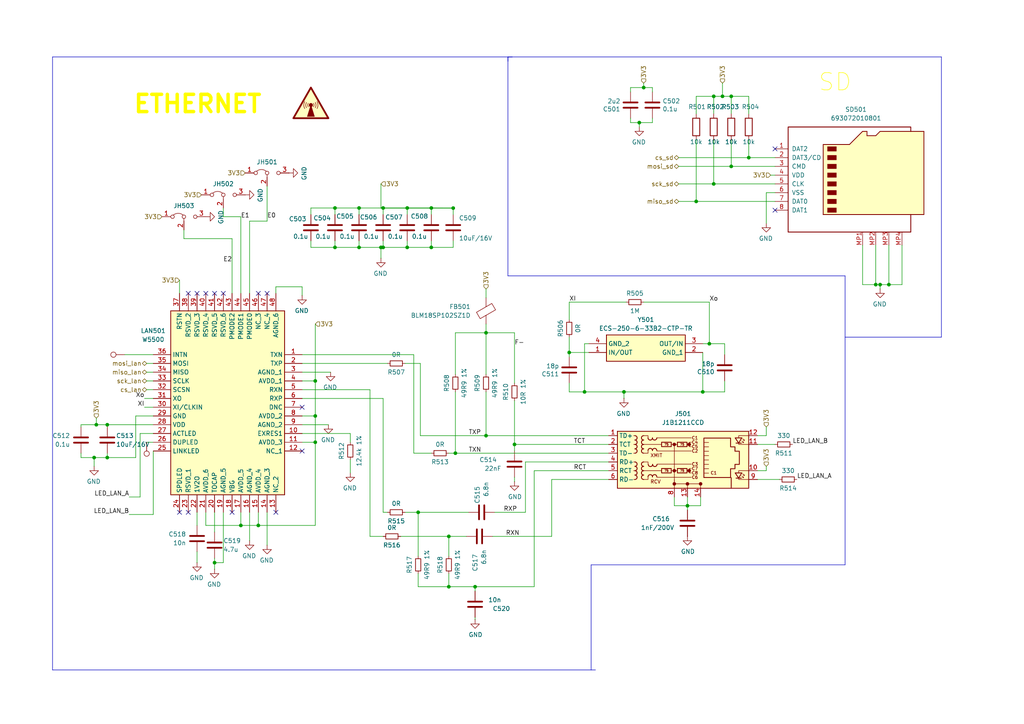
<source format=kicad_sch>
(kicad_sch (version 20231120) (generator "eeschema") (generator_version "8.0")
  (paper "A4")
  (lib_symbols
    (symbol "SymbolsBalloonv4:C" (pin_numbers hide) (pin_names (offset 0.254))
      (property "Reference" "C" (at 0.635 2.54 0))
      (property "Value" "C" (at 0.635 -2.54 0))
      (symbol "C_1_1"
        (pin passive line (at 0 3.81 270) (length 2.794) (name "~") (number "1"))
        (pin passive line (at 0 -3.81 90) (length 2.794) (name "~") (number "2"))
      )
    )
    (symbol "SymbolsBalloonv4:ECS-250-6-33B2-CTP-TR"
      (property "Reference" "Y" (at 29.21 7.62 0))
      (property "Value" "ECS-250-6-33B2-CTP-TR" (at 29.21 5.08 0))
      (symbol "ECS-250-6-33B2-CTP-TR_1_1"
        (pin passive line (at 0 -2.54 0) (length 5.08) (name "IN/OUT") (number "1"))
        (pin passive line (at 33.02 -2.54 180) (length 5.08) (name "GND_1") (number "2"))
        (pin passive line (at 33.02 0 180) (length 5.08) (name "OUT/IN") (number "3"))
        (pin passive line (at 0 0 0) (length 5.08) (name "GND_2") (number "4"))
      )
    )
    (symbol "SymbolsBalloonv4:FerriteBead" (pin_numbers hide) (pin_names (offset 0))
      (property "Reference" "FB" (at -3.81 0.635 90))
      (property "Value" "FerriteBead" (at 3.81 0 90))
      (symbol "FerriteBead_1_1"
        (pin passive line (at 0 3.81 270) (length 2.54) (name "~") (number "1"))
        (pin passive line (at 0 -3.81 90) (length 2.54) (name "~") (number "2"))
      )
    )
    (symbol "SymbolsBalloonv4:GND" (power) (pin_numbers hide) (pin_names (offset 0) hide)
      (property "Value" "GND" (at 0 -3.81 0))
      (symbol "GND_1_1"
        (pin power_in line (at 0 0 270) (length 0) (name "~") (number "1"))
      )
    )
    (symbol "SymbolsBalloonv4:Jumper_3_Bridged12" (pin_names (offset 0) hide)
      (property "Reference" "JP" (at -2.54 -2.54 0))
      (property "Value" "Jumper_3_Bridged12" (at 0 2.794 0))
      (symbol "Jumper_3_Bridged12_1_1"
        (pin passive line (at -6.35 0 0) (length 2.54) (name "A") (number "1"))
        (pin passive line (at 0 -3.81 90) (length 2.54) (name "C") (number "2"))
        (pin passive line (at 6.35 0 180) (length 2.54) (name "B") (number "3"))
      )
    )
    (symbol "SymbolsBalloonv4:Micro_SD_Card" (pin_names (offset 1.016))
      (property "Reference" "J5" (at 0.635 19.05 0))
      (property "Value" "Micro_SD_Card" (at 0.635 16.51 0))
      (symbol "Micro_SD_Card_1_1"
        (pin bidirectional line (at -22.86 7.62 0) (length 3.81) (name "DAT2") (number "1"))
        (pin bidirectional line (at -22.86 5.08 0) (length 3.81) (name "DAT3/CD") (number "2"))
        (pin input line (at -22.86 2.54 0) (length 3.81) (name "CMD") (number "3"))
        (pin power_in line (at -22.86 0 0) (length 3.81) (name "VDD") (number "4"))
        (pin input line (at -22.86 -2.54 0) (length 3.81) (name "CLK") (number "5"))
        (pin power_in line (at -22.86 -5.08 0) (length 3.81) (name "VSS") (number "6"))
        (pin bidirectional line (at -22.86 -7.62 0) (length 3.81) (name "DAT0") (number "7"))
        (pin bidirectional line (at -22.86 -10.16 0) (length 3.81) (name "DAT1") (number "8"))
        (pin passive line (at 2.54 -20.32 90) (length 3.81) (name "") (number "MP1"))
        (pin passive line (at 6.35 -20.32 90) (length 3.81) (name "") (number "MP2"))
        (pin passive line (at 10.16 -20.32 90) (length 3.81) (name "") (number "MP3"))
        (pin passive line (at 13.97 -20.32 90) (length 3.81) (name "") (number "MP4"))
      )
    )
    (symbol "SymbolsBalloonv4:R" (pin_numbers hide) (pin_names (offset 0))
      (property "Reference" "R" (at 2.032 0 90))
      (property "Value" "R" (at 0 0 90))
      (symbol "R_1_1"
        (pin passive line (at 0 3.81 270) (length 1.27) (name "~") (number "1"))
        (pin passive line (at 0 -3.81 90) (length 1.27) (name "~") (number "2"))
      )
    )
    (symbol "SymbolsBalloonv4:RJ45_Wuerth_7499010121A"
      (property "Reference" "J6" (at 1.27 13.97 0))
      (property "Value" "RJ45_Wuerth_7499010121A" (at 1.27 11.43 0))
      (symbol "RJ45_Wuerth_7499010121A_0_0"
        (text "C1" (at 4.699 6.985 0) (effects (font (size 0.889 0.889))))
        (text "C1" (at 10.16 -3.175 0) (effects (font (size 0.889 0.889))))
        (text "C2" (at 4.699 3.175 0) (effects (font (size 0.889 0.889))))
        (text "C3" (at 4.699 -0.635 0) (effects (font (size 0.889 0.889))))
        (text "C4" (at 4.699 5.715 0) (effects (font (size 0.889 0.889))))
        (text "C5" (at 4.699 4.445 0) (effects (font (size 0.889 0.889))))
        (text "C6" (at 4.699 -4.445 0) (effects (font (size 0.889 0.889))))
        (text "C7" (at 4.699 -1.905 0) (effects (font (size 0.889 0.889))))
        (text "C8" (at 4.699 -3.175 0) (effects (font (size 0.889 0.889))))
        (text "RCV" (at -8.255 -5.715 0) (effects (font (size 1.016 1.016)) (justify left)))
        (text "XMIT" (at -8.255 1.905 0) (effects (font (size 1.016 1.016)) (justify left)))
      )
      (symbol "RJ45_Wuerth_7499010121A_1_1"
        (text "75" (at -3.556 -2.54 0) (effects (font (size 0.635 0.635))))
        (text "75" (at -3.556 5.08 0) (effects (font (size 0.635 0.635))))
        (text "75" (at 1.016 -2.54 0) (effects (font (size 0.635 0.635))))
        (text "75" (at 1.016 5.08 0) (effects (font (size 0.635 0.635))))
        (pin passive line (at -20.32 7.62 0) (length 2.54) (name "TD+") (number "1"))
        (pin passive line (at 22.86 -2.54 180) (length 2.54) (name "") (number "10"))
        (pin passive line (at 22.86 5.08 180) (length 2.54) (name "") (number "11"))
        (pin passive line (at 22.86 7.62 180) (length 2.54) (name "") (number "12"))
        (pin output line (at 2.54 -10.16 90) (length 2.54) (name "") (number "13"))
        (pin output line (at 6.35 -10.16 90) (length 2.54) (name "") (number "14"))
        (pin passive line (at -20.32 5.08 0) (length 2.54) (name "TCT") (number "2"))
        (pin passive line (at -20.32 2.54 0) (length 2.54) (name "TD-") (number "3"))
        (pin passive line (at -20.32 0 0) (length 2.54) (name "RD+") (number "4"))
        (pin passive line (at -20.32 -2.54 0) (length 2.54) (name "RCT") (number "5"))
        (pin passive line (at -20.32 -5.08 0) (length 2.54) (name "RD-") (number "6"))
        (pin no_connect line (at 20.32 0 0) (length 0) hide (name "NC") (number "7"))
        (pin output line (at -1.27 -10.16 90) (length 2.54) (name "") (number "8"))
        (pin passive line (at 22.86 -5.08 180) (length 2.54) (name "") (number "9"))
      )
    )
    (symbol "SymbolsBalloonv4:R_Small" (pin_numbers hide) (pin_names (offset 0.254) hide)
      (property "Reference" "R" (at 0.762 0.508 0))
      (property "Value" "R_Small" (at 0.762 -1.016 0))
      (symbol "R_Small_1_1"
        (pin passive line (at 0 2.54 270) (length 0.762) (name "~") (number "1"))
        (pin passive line (at 0 -2.54 90) (length 0.762) (name "~") (number "2"))
      )
    )
    (symbol "SymbolsBalloonv4:SYM_Radio_Waves_Large" (in_bom no) (on_board no))
    (symbol "SymbolsBalloonv4:TestPoint" (pin_numbers hide) (pin_names (offset 0.762) hide)
      (property "Reference" "TP" (at 0 6.858 0))
      (property "Value" "TestPoint" (at 0 5.08 0))
      (symbol "TestPoint_1_1"
        (pin passive line (at 0 0 90) (length 2.54) (name "1") (number "1"))
      )
    )
    (symbol "SymbolsBalloonv4:W5500"
      (property "Reference" "IC" (at 39.37 17.78 0))
      (property "Value" "W5500" (at 39.37 15.24 0))
      (symbol "W5500_1_1"
        (pin passive line (at 0 0 0) (length 5.08) (name "TXN") (number "1"))
        (pin passive line (at 0 -22.86 0) (length 5.08) (name "EXRES1") (number "10"))
        (pin passive line (at 0 -25.4 0) (length 5.08) (name "AVDD_3") (number "11"))
        (pin passive line (at 0 -27.94 0) (length 5.08) (name "NC_1") (number "12"))
        (pin passive line (at 7.62 -45.72 90) (length 5.08) (name "NC_2") (number "13"))
        (pin passive line (at 10.16 -45.72 90) (length 5.08) (name "AGND_3") (number "14"))
        (pin passive line (at 12.7 -45.72 90) (length 5.08) (name "AVDD_4") (number "15"))
        (pin passive line (at 15.24 -45.72 90) (length 5.08) (name "AGND_4") (number "16"))
        (pin passive line (at 17.78 -45.72 90) (length 5.08) (name "AVDD_5") (number "17"))
        (pin passive line (at 20.32 -45.72 90) (length 5.08) (name "VBG") (number "18"))
        (pin passive line (at 22.86 -45.72 90) (length 5.08) (name "AGND_5") (number "19"))
        (pin passive line (at 0 -2.54 0) (length 5.08) (name "TXP") (number "2"))
        (pin passive line (at 25.4 -45.72 90) (length 5.08) (name "TOCAP") (number "20"))
        (pin passive line (at 27.94 -45.72 90) (length 5.08) (name "AVDD_6") (number "21"))
        (pin passive line (at 30.48 -45.72 90) (length 5.08) (name "1V2O") (number "22"))
        (pin passive line (at 33.02 -45.72 90) (length 5.08) (name "RSVD_1") (number "23"))
        (pin passive line (at 35.56 -45.72 90) (length 5.08) (name "SPDLED") (number "24"))
        (pin passive line (at 43.18 -27.94 180) (length 5.08) (name "LINKLED") (number "25"))
        (pin passive line (at 43.18 -25.4 180) (length 5.08) (name "DUPLED") (number "26"))
        (pin passive line (at 43.18 -22.86 180) (length 5.08) (name "ACTLED") (number "27"))
        (pin passive line (at 43.18 -20.32 180) (length 5.08) (name "VDD") (number "28"))
        (pin passive line (at 43.18 -17.78 180) (length 5.08) (name "GND") (number "29"))
        (pin passive line (at 0 -5.08 0) (length 5.08) (name "AGND_1") (number "3"))
        (pin passive line (at 43.18 -15.24 180) (length 5.08) (name "XI/CLKIN") (number "30"))
        (pin passive line (at 43.18 -12.7 180) (length 5.08) (name "XO") (number "31"))
        (pin passive line (at 43.18 -10.16 180) (length 5.08) (name "SCSN") (number "32"))
        (pin passive line (at 43.18 -7.62 180) (length 5.08) (name "SCLK") (number "33"))
        (pin passive line (at 43.18 -5.08 180) (length 5.08) (name "MISO") (number "34"))
        (pin passive line (at 43.18 -2.54 180) (length 5.08) (name "MOSI") (number "35"))
        (pin passive line (at 43.18 0 180) (length 5.08) (name "INTN") (number "36"))
        (pin passive line (at 35.56 17.78 270) (length 5.08) (name "RSTN") (number "37"))
        (pin passive line (at 33.02 17.78 270) (length 5.08) (name "RSVD_2") (number "38"))
        (pin passive line (at 30.48 17.78 270) (length 5.08) (name "RSVD_3") (number "39"))
        (pin passive line (at 0 -7.62 0) (length 5.08) (name "AVDD_1") (number "4"))
        (pin passive line (at 27.94 17.78 270) (length 5.08) (name "RSVD_4") (number "40"))
        (pin passive line (at 25.4 17.78 270) (length 5.08) (name "RSVD_5") (number "41"))
        (pin passive line (at 22.86 17.78 270) (length 5.08) (name "RSVD_6") (number "42"))
        (pin passive line (at 20.32 17.78 270) (length 5.08) (name "PMODE2") (number "43"))
        (pin passive line (at 17.78 17.78 270) (length 5.08) (name "PMODE1") (number "44"))
        (pin passive line (at 15.24 17.78 270) (length 5.08) (name "PMODE0") (number "45"))
        (pin passive line (at 12.7 17.78 270) (length 5.08) (name "NC_3") (number "46"))
        (pin passive line (at 10.16 17.78 270) (length 5.08) (name "NC_4") (number "47"))
        (pin passive line (at 7.62 17.78 270) (length 5.08) (name "AGND_6") (number "48"))
        (pin passive line (at 0 -10.16 0) (length 5.08) (name "RXN") (number "5"))
        (pin passive line (at 0 -12.7 0) (length 5.08) (name "RXP") (number "6"))
        (pin passive line (at 0 -15.24 0) (length 5.08) (name "DNC") (number "7"))
        (pin passive line (at 0 -17.78 0) (length 5.08) (name "AVDD_2") (number "8"))
        (pin passive line (at 0 -20.32 0) (length 5.08) (name "AGND_2") (number "9"))
      )
    )
  )
  (junction (at 27.94 123.19))
  (junction (at 255.27 82.55))
  (junction (at 118.11 60.325))
  (junction (at 104.14 71.755))
  (junction (at 257.81 82.55))
  (junction (at 199.39 146.685))
  (junction (at 62.23 163.195))
  (junction (at 140.97 126.365))
  (junction (at 205.74 99.695))
  (junction (at 104.14 60.325))
  (junction (at 132.08 131.445))
  (junction (at 69.85 152.4))
  (junction (at 207.01 53.34))
  (junction (at 31.115 123.19))
  (junction (at 118.11 71.755))
  (junction (at 201.93 58.42))
  (junction (at 125.095 60.325))
  (junction (at 97.155 60.325))
  (junction (at 131.445 60.3569))
  (junction (at 125.095 71.755))
  (junction (at 217.17 45.72))
  (junction (at 169.545 113.665))
  (junction (at 91.44 110.49))
  (junction (at 91.44 120.65))
  (junction (at 111.125 60.325))
  (junction (at 130.175 170.18))
  (junction (at 212.09 48.26))
  (junction (at 212.09 27.94))
  (junction (at 91.44 128.27))
  (junction (at 111.125 71.755))
  (junction (at 137.795 170.18))
  (junction (at 130.175 155.575))
  (junction (at 97.155 71.755))
  (junction (at 203.835 113.665))
  (junction (at 31.115 132.715))
  (junction (at 254 82.55))
  (junction (at 149.225 128.905))
  (junction (at 185.42 35.56))
  (junction (at 110.49 71.755))
  (junction (at 74.93 152.4))
  (junction (at 121.285 148.59))
  (junction (at 27.305 132.715))
  (junction (at 165.1 102.235))
  (junction (at 207.01 27.94))
  (junction (at 180.975 113.665))
  (junction (at 186.69 25.4))
  (junction (at 209.55 27.94))
  (junction (at 140.97 96.52))
  (no_connect (at 74.93 85.09))
  (no_connect (at 54.61 85.09))
  (no_connect (at 67.31 148.59))
  (no_connect (at 87.63 130.81))
  (no_connect (at 224.79 60.96))
  (no_connect (at 64.77 85.09))
  (no_connect (at 52.07 148.59))
  (no_connect (at 224.79 43.18))
  (no_connect (at 62.23 85.09))
  (no_connect (at 87.63 118.11))
  (no_connect (at 77.47 85.09))
  (no_connect (at 54.61 148.59))
  (no_connect (at 57.15 85.09))
  (no_connect (at 80.01 148.59))
  (no_connect (at 59.69 85.09))
  (wire (pts (xy 101.6 133.35) (xy 101.6 137.16)))
  (wire (pts (xy 64.77 62.865) (xy 64.77 60.325)))
  (wire (pts (xy 212.09 33.02) (xy 212.09 27.94)))
  (wire (pts (xy 165.1 103.505) (xy 165.1 102.235)))
  (wire (pts (xy 257.81 71.12) (xy 257.81 82.55)))
  (wire (pts (xy 69.85 152.4) (xy 74.93 152.4)))
  (wire (pts (xy 210.185 99.695) (xy 205.74 99.695)))
  (wire (pts (xy 169.545 99.695) (xy 169.545 113.665)))
  (wire (pts (xy 104.14 71.755) (xy 110.49 71.755)))
  (wire (pts (xy 72.39 64.135) (xy 77.47 64.135)))
  (wire (pts (xy 140.97 96.52) (xy 140.97 108.585)))
  (wire (pts (xy 23.495 131.445) (xy 23.495 132.715)))
  (wire (pts (xy 125.095 71.755) (xy 131.445 71.755)))
  (wire (pts (xy 107.315 113.03) (xy 107.315 155.575)))
  (wire (pts (xy 186.69 87.63) (xy 205.74 87.63)))
  (wire (pts (xy 223.52 50.8) (xy 224.79 50.8)))
  (wire (pts (xy 222.25 135.255) (xy 222.25 136.525)))
  (wire (pts (xy 31.115 123.19) (xy 27.94 123.19)))
  (wire (pts (xy 149.225 116.205) (xy 149.225 128.905)))
  (wire (pts (xy 195.58 144.145) (xy 195.58 146.685)))
  (wire (pts (xy 110.49 60.3569) (xy 131.445 60.3569)))
  (wire (pts (xy 130.175 155.575) (xy 135.255 155.575)))
  (wire (pts (xy 189.23 25.4) (xy 186.69 25.4)))
  (wire (pts (xy 165.1 111.125) (xy 165.1 113.665)))
  (polyline (pts (xy 15.24 16.51) (xy 15.24 194.31)))
  (wire (pts (xy 97.155 69.85) (xy 97.155 71.755)))
  (wire (pts (xy 67.31 69.215) (xy 67.31 85.09)))
  (wire (pts (xy 222.25 123.825) (xy 222.25 126.365)))
  (wire (pts (xy 209.55 27.94) (xy 209.55 24.13)))
  (wire (pts (xy 165.1 87.63) (xy 181.61 87.63)))
  (wire (pts (xy 72.39 148.59) (xy 72.39 156.845)))
  (wire (pts (xy 201.93 27.94) (xy 201.93 33.02)))
  (wire (pts (xy 111.125 69.85) (xy 111.125 71.755)))
  (wire (pts (xy 203.835 113.665) (xy 203.835 102.235)))
  (wire (pts (xy 217.17 40.64) (xy 217.17 45.72)))
  (wire (pts (xy 131.445 62.23) (xy 131.445 60.3569)))
  (wire (pts (xy 53.34 69.215) (xy 67.31 69.215)))
  (wire (pts (xy 59.69 148.59) (xy 59.69 152.4)))
  (wire (pts (xy 207.01 40.64) (xy 207.01 53.34)))
  (wire (pts (xy 87.63 110.49) (xy 91.44 110.49)))
  (wire (pts (xy 255.27 83.82) (xy 255.27 82.55)))
  (wire (pts (xy 57.15 163.195) (xy 57.15 160.02)))
  (wire (pts (xy 57.15 148.59) (xy 57.15 152.4)))
  (wire (pts (xy 121.285 166.37) (xy 121.285 170.18)))
  (wire (pts (xy 132.08 108.585) (xy 132.08 96.52)))
  (wire (pts (xy 201.93 58.42) (xy 196.85 58.42)))
  (wire (pts (xy 186.69 24.13) (xy 186.69 25.4)))
  (wire (pts (xy 59.69 152.4) (xy 69.85 152.4)))
  (wire (pts (xy 149.225 128.905) (xy 176.53 128.905)))
  (wire (pts (xy 199.39 147.955) (xy 199.39 146.685)))
  (wire (pts (xy 91.44 128.27) (xy 91.44 152.4)))
  (wire (pts (xy 91.44 120.65) (xy 91.44 128.27)))
  (wire (pts (xy 80.01 83.185) (xy 80.01 85.09)))
  (wire (pts (xy 140.97 113.665) (xy 140.97 126.365)))
  (wire (pts (xy 257.81 82.55) (xy 261.62 82.55)))
  (wire (pts (xy 77.47 64.135) (xy 77.47 53.975)))
  (wire (pts (xy 62.23 148.59) (xy 62.23 154.305)))
  (wire (pts (xy 217.17 45.72) (xy 224.79 45.72)))
  (wire (pts (xy 189.23 35.56) (xy 189.23 34.29)))
  (wire (pts (xy 104.14 62.23) (xy 104.14 60.325)))
  (wire (pts (xy 74.93 148.59) (xy 74.93 152.4)))
  (wire (pts (xy 121.285 161.29) (xy 121.285 148.59)))
  (wire (pts (xy 222.25 136.525) (xy 219.71 136.525)))
  (wire (pts (xy 72.39 85.09) (xy 72.39 64.135)))
  (wire (pts (xy 185.42 35.56) (xy 182.88 35.56)))
  (wire (pts (xy 87.63 105.41) (xy 112.395 105.41)))
  (wire (pts (xy 41.91 118.11) (xy 44.45 118.11)))
  (wire (pts (xy 44.45 130.81) (xy 44.45 149.225)))
  (wire (pts (xy 121.92 105.41) (xy 121.92 126.365)))
  (wire (pts (xy 130.175 155.575) (xy 130.175 161.29)))
  (wire (pts (xy 97.155 71.755) (xy 90.17 71.755)))
  (wire (pts (xy 165.1 97.79) (xy 165.1 102.235)))
  (wire (pts (xy 62.23 161.925) (xy 62.23 163.195)))
  (wire (pts (xy 196.85 53.34) (xy 207.01 53.34)))
  (wire (pts (xy 137.795 179.705) (xy 137.795 179.07)))
  (wire (pts (xy 196.85 48.26) (xy 212.09 48.26)))
  (wire (pts (xy 185.42 36.83) (xy 185.42 35.56)))
  (wire (pts (xy 110.49 71.755) (xy 111.125 71.755)))
  (wire (pts (xy 255.27 82.55) (xy 257.81 82.55)))
  (wire (pts (xy 165.1 87.63) (xy 165.1 92.71)))
  (wire (pts (xy 104.14 60.325) (xy 111.125 60.325)))
  (wire (pts (xy 180.975 113.665) (xy 169.545 113.665)))
  (wire (pts (xy 210.185 113.665) (xy 203.835 113.665)))
  (wire (pts (xy 31.115 132.715) (xy 39.37 132.715)))
  (wire (pts (xy 37.465 144.145) (xy 40.64 144.145)))
  (wire (pts (xy 121.92 126.365) (xy 140.97 126.365)))
  (wire (pts (xy 23.495 132.715) (xy 27.305 132.715)))
  (wire (pts (xy 130.175 170.18) (xy 137.795 170.18)))
  (wire (pts (xy 132.08 113.665) (xy 132.08 131.445)))
  (wire (pts (xy 212.09 40.64) (xy 212.09 48.26)))
  (polyline (pts (xy 273.05 16.51) (xy 273.05 97.79)))
  (wire (pts (xy 210.185 110.49) (xy 210.185 113.665)))
  (wire (pts (xy 118.11 60.325) (xy 125.095 60.325)))
  (wire (pts (xy 104.14 71.755) (xy 104.14 69.85)))
  (wire (pts (xy 52.07 81.28) (xy 52.07 85.09)))
  (wire (pts (xy 90.17 71.755) (xy 90.17 69.85)))
  (wire (pts (xy 250.19 82.55) (xy 254 82.55)))
  (wire (pts (xy 74.93 152.4) (xy 91.44 152.4)))
  (wire (pts (xy 182.88 25.4) (xy 182.88 26.67)))
  (wire (pts (xy 44.45 149.225) (xy 37.465 149.225)))
  (wire (pts (xy 201.93 40.64) (xy 201.93 58.42)))
  (wire (pts (xy 189.23 26.67) (xy 189.23 25.4)))
  (wire (pts (xy 152.4 133.985) (xy 152.4 148.59)))
  (wire (pts (xy 69.85 148.59) (xy 69.85 152.4)))
  (wire (pts (xy 140.97 96.52) (xy 149.225 96.52)))
  (wire (pts (xy 130.175 166.37) (xy 130.175 170.18)))
  (wire (pts (xy 125.095 60.325) (xy 125.095 62.23)))
  (wire (pts (xy 254 71.12) (xy 254 82.55)))
  (wire (pts (xy 117.475 105.41) (xy 121.92 105.41)))
  (wire (pts (xy 111.125 60.325) (xy 111.125 62.23)))
  (wire (pts (xy 87.63 115.57) (xy 111.125 115.57)))
  (wire (pts (xy 118.11 62.23) (xy 118.11 60.325)))
  (wire (pts (xy 160.02 155.575) (xy 142.875 155.575)))
  (wire (pts (xy 224.79 58.42) (xy 201.93 58.42)))
  (wire (pts (xy 91.44 93.98) (xy 91.44 110.49)))
  (wire (pts (xy 165.1 102.235) (xy 170.815 102.235)))
  (wire (pts (xy 64.77 163.195) (xy 62.23 163.195)))
  (wire (pts (xy 152.4 133.985) (xy 176.53 133.985)))
  (wire (pts (xy 23.495 123.19) (xy 27.94 123.19)))
  (wire (pts (xy 90.17 60.325) (xy 97.155 60.325)))
  (wire (pts (xy 130.175 131.445) (xy 132.08 131.445)))
  (wire (pts (xy 41.91 115.57) (xy 44.45 115.57)))
  (polyline (pts (xy 273.05 97.79) (xy 245.11 97.79)))
  (wire (pts (xy 180.975 115.57) (xy 180.975 113.665)))
  (wire (pts (xy 261.62 71.12) (xy 261.62 82.55)))
  (wire (pts (xy 210.185 102.87) (xy 210.185 99.695)))
  (wire (pts (xy 87.63 113.03) (xy 107.315 113.03)))
  (wire (pts (xy 140.97 126.365) (xy 176.53 126.365)))
  (wire (pts (xy 110.49 53.34) (xy 110.49 60.3569)))
  (wire (pts (xy 132.08 96.52) (xy 140.97 96.52)))
  (wire (pts (xy 69.85 62.865) (xy 69.85 85.09)))
  (wire (pts (xy 152.4 148.59) (xy 143.51 148.59)))
  (wire (pts (xy 137.795 171.45) (xy 137.795 170.18)))
  (wire (pts (xy 140.97 93.98) (xy 140.97 96.52)))
  (wire (pts (xy 40.64 125.73) (xy 44.45 125.73)))
  (polyline (pts (xy 171.45 163.83) (xy 245.11 163.83)))
  (wire (pts (xy 217.17 45.72) (xy 196.85 45.72)))
  (wire (pts (xy 212.09 48.26) (xy 224.79 48.26)))
  (polyline (pts (xy 147.32 80.01) (xy 147.32 16.51)))
  (wire (pts (xy 199.39 144.145) (xy 199.39 146.685)))
  (wire (pts (xy 64.77 148.59) (xy 64.77 163.195)))
  (polyline (pts (xy 147.32 16.51) (xy 147.32 17.78)))
  (wire (pts (xy 199.39 146.685) (xy 203.2 146.685)))
  (wire (pts (xy 53.34 69.215) (xy 53.34 66.675)))
  (wire (pts (xy 137.795 170.18) (xy 154.94 170.18)))
  (wire (pts (xy 154.94 136.525) (xy 176.53 136.525)))
  (wire (pts (xy 64.77 62.865) (xy 69.85 62.865)))
  (wire (pts (xy 95.885 107.95) (xy 87.63 107.95)))
  (wire (pts (xy 111.125 60.325) (xy 118.11 60.325)))
  (wire (pts (xy 205.74 99.695) (xy 203.835 99.695)))
  (polyline (pts (xy 245.11 80.01) (xy 147.32 80.01)))
  (wire (pts (xy 118.11 71.755) (xy 118.11 69.85)))
  (wire (pts (xy 254 82.55) (xy 255.27 82.55)))
  (wire (pts (xy 132.08 131.445) (xy 176.53 131.445)))
  (wire (pts (xy 149.225 139.7) (xy 149.225 138.43)))
  (wire (pts (xy 36.195 102.87) (xy 44.45 102.87)))
  (wire (pts (xy 121.285 148.59) (xy 135.89 148.59)))
  (wire (pts (xy 42.545 110.49) (xy 44.45 110.49)))
  (wire (pts (xy 217.17 27.94) (xy 212.09 27.94)))
  (wire (pts (xy 40.64 144.145) (xy 40.64 125.73)))
  (wire (pts (xy 42.545 105.41) (xy 44.45 105.41)))
  (wire (pts (xy 222.25 55.88) (xy 224.79 55.88)))
  (wire (pts (xy 111.125 148.59) (xy 112.395 148.59)))
  (wire (pts (xy 90.17 62.23) (xy 90.17 60.325)))
  (wire (pts (xy 87.63 120.65) (xy 91.44 120.65)))
  (wire (pts (xy 77.47 158.115) (xy 77.47 148.59)))
  (wire (pts (xy 27.94 121.285) (xy 27.94 123.19)))
  (wire (pts (xy 250.19 82.55) (xy 250.19 71.12)))
  (wire (pts (xy 140.97 83.82) (xy 140.97 86.36)))
  (wire (pts (xy 120.015 131.445) (xy 125.095 131.445)))
  (wire (pts (xy 205.74 87.63) (xy 205.74 99.695)))
  (wire (pts (xy 87.63 125.73) (xy 101.6 125.73)))
  (wire (pts (xy 169.545 99.695) (xy 170.815 99.695)))
  (wire (pts (xy 27.305 132.715) (xy 27.305 135.255)))
  (wire (pts (xy 62.23 163.195) (xy 62.23 165.1)))
  (wire (pts (xy 97.155 71.755) (xy 104.14 71.755)))
  (wire (pts (xy 195.58 146.685) (xy 199.39 146.685)))
  (wire (pts (xy 120.015 102.87) (xy 120.015 131.445)))
  (wire (pts (xy 23.495 123.19) (xy 23.495 123.825)))
  (wire (pts (xy 87.63 85.725) (xy 87.63 83.185)))
  (wire (pts (xy 31.115 123.19) (xy 31.115 123.825)))
  (wire (pts (xy 110.49 74.93) (xy 110.49 71.755)))
  (wire (pts (xy 149.225 96.52) (xy 149.225 111.125)))
  (wire (pts (xy 125.095 60.325) (xy 131.445 60.3569)))
  (wire (pts (xy 87.63 83.185) (xy 80.01 83.185)))
  (wire (pts (xy 219.71 139.065) (xy 226.06 139.065)))
  (wire (pts (xy 117.475 148.59) (xy 121.285 148.59)))
  (wire (pts (xy 118.11 71.755) (xy 125.095 71.755)))
  (wire (pts (xy 44.45 120.65) (xy 39.37 120.65)))
  (wire (pts (xy 186.69 25.4) (xy 182.88 25.4)))
  (wire (pts (xy 165.1 113.665) (xy 169.545 113.665)))
  (wire (pts (xy 207.01 27.94) (xy 201.93 27.94)))
  (wire (pts (xy 160.02 139.065) (xy 160.02 155.575)))
  (wire (pts (xy 125.095 69.85) (xy 125.095 71.755)))
  (wire (pts (xy 91.44 110.49) (xy 91.44 120.65)))
  (wire (pts (xy 203.2 146.685) (xy 203.2 144.145)))
  (polyline (pts (xy 171.45 194.31) (xy 171.45 163.83)))
  (wire (pts (xy 111.125 71.755) (xy 118.11 71.755)))
  (wire (pts (xy 44.45 123.19) (xy 31.115 123.19)))
  (polyline (pts (xy 15.24 194.31) (xy 172.72 194.31)))
  (wire (pts (xy 131.445 71.755) (xy 131.445 69.85)))
  (wire (pts (xy 207.01 27.94) (xy 207.01 33.02)))
  (wire (pts (xy 207.01 53.34) (xy 224.79 53.34)))
  (wire (pts (xy 97.155 60.325) (xy 97.155 62.23)))
  (wire (pts (xy 154.94 136.525) (xy 154.94 170.18)))
  (wire (pts (xy 39.37 120.65) (xy 39.37 132.715)))
  (wire (pts (xy 42.545 113.03) (xy 44.45 113.03)))
  (wire (pts (xy 31.115 131.445) (xy 31.115 132.715)))
  (polyline (pts (xy 245.11 163.83) (xy 245.11 80.01)))
  (wire (pts (xy 209.55 27.94) (xy 207.01 27.94)))
  (wire (pts (xy 131.445 60.3569) (xy 131.445 60.325)))
  (wire (pts (xy 87.63 128.27) (xy 91.44 128.27)))
  (wire (pts (xy 116.205 155.575) (xy 130.175 155.575)))
  (wire (pts (xy 87.63 123.19) (xy 95.25 123.19)))
  (wire (pts (xy 222.25 126.365) (xy 219.71 126.365)))
  (wire (pts (xy 101.6 125.73) (xy 101.6 128.27)))
  (polyline (pts (xy 147.32 16.51) (xy 273.05 16.51)))
  (wire (pts (xy 107.315 155.575) (xy 111.125 155.575)))
  (wire (pts (xy 212.09 27.94) (xy 209.55 27.94)))
  (wire (pts (xy 27.305 132.715) (xy 31.115 132.715)))
  (wire (pts (xy 224.79 128.905) (xy 219.71 128.905)))
  (wire (pts (xy 217.17 33.02) (xy 217.17 27.94)))
  (wire (pts (xy 180.975 113.665) (xy 203.835 113.665)))
  (wire (pts (xy 222.25 64.77) (xy 222.25 55.88)))
  (wire (pts (xy 97.155 60.325) (xy 104.14 60.325)))
  (wire (pts (xy 87.63 102.87) (xy 120.015 102.87)))
  (wire (pts (xy 160.02 139.065) (xy 176.53 139.065)))
  (wire (pts (xy 111.125 115.57) (xy 111.125 148.59)))
  (wire (pts (xy 42.545 128.27) (xy 44.45 128.27)))
  (wire (pts (xy 149.225 128.905) (xy 149.225 130.81)))
  (wire (pts (xy 42.545 107.95) (xy 44.45 107.95)))
  (wire (pts (xy 189.23 35.56) (xy 185.42 35.56)))
  (wire (pts (xy 121.285 170.18) (xy 130.175 170.18)))
  (polyline (pts (xy 15.24 16.51) (xy 148.59 16.51)))
  (wire (pts (xy 182.88 35.56) (xy 182.88 34.29)))
  (text "ETHERNET" (at 38.354 33.274 0) (effects (font (size 5 5) (thickness 1) (bold yes)) (justify left bottom)))
  (text "SD" (at 237.236 26.924 0) (effects (font (size 5 5)) (justify left bottom)))
  (label "Xo" (at 41.91 115.57 180))
  (label "RCT" (at 166.37 136.525 0))
  (label "LED_LAN_A" (at 37.465 144.145 180))
  (label "RXP" (at 146.05 148.59 0))
  (label "TXN" (at 135.89 131.445 0))
  (label "E1" (at 69.85 63.5 0))
  (label "RXN" (at 146.685 155.575 0))
  (label "LED_LAN_B" (at 37.465 149.225 180))
  (label "Xo" (at 205.74 87.63 0))
  (label "XI" (at 165.1 87.63 0))
  (label "E2" (at 67.31 76.2 180))
  (label "TCT" (at 166.37 128.905 0))
  (label "LED_LAN_A" (at 231.14 139.065 0))
  (label "LED_LAN_B" (at 229.87 128.905 0))
  (label "E0" (at 77.47 63.5 0))
  (label "XI" (at 41.91 118.11 180))
  (label "TXP" (at 135.89 126.365 0))
  (label "F-" (at 149.225 100.33 0))
  (hierarchical_label "3V3" (shape input) (at 222.25 123.825 90))
  (hierarchical_label "3V3" (shape input) (at 209.55 24.13 90))
  (hierarchical_label "3V3" (shape input) (at 186.69 24.13 90))
  (hierarchical_label "3V3" (shape input) (at 27.94 121.285 90))
  (hierarchical_label "miso_lan" (shape bidirectional) (at 42.545 107.95 180))
  (hierarchical_label "sck_lan" (shape bidirectional) (at 42.545 110.49 180))
  (hierarchical_label "sck_sd" (shape bidirectional) (at 196.85 53.34 180))
  (hierarchical_label "3V3" (shape input) (at 58.42 56.515 180))
  (hierarchical_label "cs_sd" (shape bidirectional) (at 196.85 45.72 180))
  (hierarchical_label "3V3" (shape input) (at 52.07 81.28 180))
  (hierarchical_label "mosi_lan" (shape bidirectional) (at 42.545 105.41 180))
  (hierarchical_label "cs_lan" (shape bidirectional) (at 42.545 113.03 180))
  (hierarchical_label "3V3" (shape input) (at 110.49 53.34 0))
  (hierarchical_label "miso_sd" (shape bidirectional) (at 196.85 58.42 180))
  (hierarchical_label "3V3" (shape input) (at 71.12 50.165 180))
  (hierarchical_label "3V3" (shape input) (at 222.25 135.255 90))
  (hierarchical_label "3V3" (shape input) (at 223.52 50.8 180))
  (hierarchical_label "3V3" (shape input) (at 140.97 83.82 90))
  (hierarchical_label "3V3" (shape input) (at 91.44 93.98 0))
  (hierarchical_label "mosi_sd" (shape bidirectional) (at 196.85 48.26 180))
  (hierarchical_label "3V3" (shape input) (at 46.99 62.865 180))
  (symbol (lib_id "SymbolsBalloonv4:GND") (at 185.42 36.83 0) (mirror y) (unit 1)
    (property "Reference" "#PWR0501" (effects (hide yes)))
    (property "Value" "GND" (at 185.293 41.2242 0))
    (property "Description" "Power symbol creates a global label with name \"GND\" , ground" (effects (hide yes)))
  )
  (symbol (lib_id "SymbolsBalloonv4:GND") (at 149.225 139.7 0) (unit 1)
    (property "Reference" "#PWR0514" (effects (hide yes)))
    (property "Value" "GND" (at 149.352 144.0942 0))
    (property "Description" "Power symbol creates a global label with name \"GND\" , ground" (effects (hide yes)))
  )
  (symbol (lib_id "SymbolsBalloonv4:ECS-250-6-33B2-CTP-TR") (at 170.815 99.695 0) (unit 1)
    (property "Reference" "Y501" (at 187.325 92.71 0))
    (property "Value" "ECS-250-6-33B2-CTP-TR" (at 187.325 95.25 0))
    (property "Footprint" "SamacSys_Parts:ECS250633B2CTPTR" (effects (hide yes)))
    (property "Datasheet" "https://ecsxtal.com/products/crystals/surface-mount-crystals/ecs-250-6-33b2-ctp-tr" (effects (hide yes)))
    (property "Description" "25 MHz +/-10ppm Crystal 6pF 40 Ohms 4-SMD, No Lead" (effects (hide yes)))
    (property "Height" "0.8" (effects (hide yes)))
    (property "Mouser Part Number" "520-250-6-33B2-CTPTR" (effects (hide yes)))
    (property "Mouser Price/Stock" "https://www.mouser.co.uk/ProductDetail/ECS/ECS-250-6-33B2-CTP-TR?qs=Jm2GQyTW%2FbgZ5JLysnRl1g%3D%3D" (effects (hide yes)))
    (property "Manufacturer_Name" "ECS" (effects (hide yes)))
    (property "Manufacturer_Part_Number" "ECS-250-6-33B2-CTP-TR" (effects (hide yes)))
  )
  (symbol (lib_id "SymbolsBalloonv4:C") (at 199.39 151.765 180) (unit 1)
    (property "Reference" "C516" (at 194.31 150.495 0) (effects (justify left)))
    (property "Value" "1nF/200V" (at 195.58 153.035 0) (effects (justify left)))
    (property "Footprint" "Capacitor_SMD:C_0805_2012Metric_Pad1.18x1.45mm_HandSolder" (effects (hide yes)))
    (property "Description" "Unpolarized capacitor" (effects (hide yes)))
  )
  (symbol (lib_id "SymbolsBalloonv4:SYM_Radio_Waves_Large") (at 90.17 29.21 0) (unit 1) (exclude_from_sim yes) (in_bom no) (on_board no)
    (property "Reference" "#SYM501" (effects (hide yes)))
    (property "Value" "SYM_Radio_Waves_Large" (effects (hide yes)))
    (property "Description" "Radio waves warning symbol, large" (effects (hide yes)))
  )
  (symbol (lib_id "SymbolsBalloonv4:R_Small") (at 132.08 111.125 180) (unit 1)
    (property "Reference" "R508" (at 129.54 111.125 90))
    (property "Value" "49R9 1%" (at 134.62 111.125 90))
    (property "Footprint" "Resistor_SMD:R_0603_1608Metric_Pad0.98x0.95mm_HandSolder" (effects (hide yes)))
    (property "Description" "Resistor, small symbol" (effects (hide yes)))
  )
  (symbol (lib_id "SymbolsBalloonv4:GND") (at 255.27 83.82 0) (mirror y) (unit 1)
    (property "Reference" "#PWR0507" (effects (hide yes)))
    (property "Value" "GND" (at 255.143 88.2142 0))
    (property "Description" "Power symbol creates a global label with name \"GND\" , ground" (effects (hide yes)))
  )
  (symbol (lib_id "SymbolsBalloonv4:GND") (at 87.63 85.725 0) (mirror y) (unit 1)
    (property "Reference" "#PWR0508" (effects (hide yes)))
    (property "Value" "GND" (at 87.503 90.1192 0))
    (property "Description" "Power symbol creates a global label with name \"GND\" , ground" (effects (hide yes)))
  )
  (symbol (lib_id "SymbolsBalloonv4:C") (at 149.225 134.62 180) (unit 1)
    (property "Reference" "C514" (at 144.145 133.35 0) (effects (justify left)))
    (property "Value" "22nF" (at 145.415 135.89 0) (effects (justify left)))
    (property "Footprint" "Capacitor_SMD:C_0805_2012Metric_Pad1.18x1.45mm_HandSolder" (effects (hide yes)))
    (property "Description" "Unpolarized capacitor" (effects (hide yes)))
  )
  (symbol (lib_id "SymbolsBalloonv4:FerriteBead") (at 140.97 90.17 0) (mirror x) (unit 1)
    (property "Reference" "FB501" (at 136.525 88.9507 0) (effects (justify right)))
    (property "Value" "BLM18SP102SZ1D" (at 136.525 91.4907 0) (effects (justify right)))
    (property "Footprint" "SamacSys_Parts:BLM18SP221SN1B" (effects (hide yes)))
    (property "Description" "Ferrite bead" (effects (hide yes)))
    (property "Height" "0.95" (effects (hide yes)))
    (property "Mouser Part Number" "81-BLM18SP102SZ1D" (effects (hide yes)))
    (property "Mouser Price/Stock" "https://www.mouser.co.uk/ProductDetail/Murata-Electronics/BLM18SP102SZ1D?qs=W%2FMpXkg%252BdQ7HBmR7E%252BlIwg%3D%3D" (effects (hide yes)))
    (property "Manufacturer_Name" "Murata Electronics" (effects (hide yes)))
    (property "Manufacturer_Part_Number" "BLM18SP102SZ1D" (effects (hide yes)))
  )
  (symbol (lib_id "SymbolsBalloonv4:GND") (at 180.975 115.57 0) (mirror y) (unit 1)
    (property "Reference" "#PWR0510" (effects (hide yes)))
    (property "Value" "GND" (at 180.848 119.9642 0))
    (property "Description" "Power symbol creates a global label with name \"GND\" , ground" (effects (hide yes)))
  )
  (symbol (lib_id "SymbolsBalloonv4:GND") (at 199.39 155.575 0) (unit 1)
    (property "Reference" "#PWR0515" (effects (hide yes)))
    (property "Value" "GND" (at 199.517 159.9692 0))
    (property "Description" "Power symbol creates a global label with name \"GND\" , ground" (effects (hide yes)))
  )
  (symbol (lib_id "SymbolsBalloonv4:C") (at 104.14 66.04 180) (unit 1)
    (property "Reference" "C505" (at 102.616 62.738 0) (effects (justify left)))
    (property "Value" "0.1u" (at 102.87 68.58 0) (effects (justify left)))
    (property "Footprint" "Capacitor_SMD:C_0402_1005Metric_Pad0.74x0.62mm_HandSolder" (effects (hide yes)))
    (property "Description" "Unpolarized capacitor" (effects (hide yes)))
  )
  (symbol (lib_id "SymbolsBalloonv4:GND") (at 27.305 135.255 0) (mirror y) (unit 1)
    (property "Reference" "#PWR0512" (effects (hide yes)))
    (property "Value" "GND" (at 27.178 139.6492 0))
    (property "Description" "Power symbol creates a global label with name \"GND\" , ground" (effects (hide yes)))
  )
  (symbol (lib_id "SymbolsBalloonv4:TestPoint") (at 42.545 128.27 180) (unit 1) (in_bom no)
    (property "Reference" "TP502" (effects (hide yes)))
    (property "Value" "TestPoint" (effects (hide yes)))
    (property "Footprint" "TestPoint:TestPoint_Pad_D1.0mm" (effects (hide yes)))
    (property "Description" "test point" (effects (hide yes)))
  )
  (symbol (lib_id "SymbolsBalloonv4:GND") (at 57.15 163.195 0) (mirror y) (unit 1)
    (property "Reference" "#PWR0518" (effects (hide yes)))
    (property "Value" "GND" (at 57.023 167.5892 0))
    (property "Description" "Power symbol creates a global label with name \"GND\" , ground" (effects (hide yes)))
  )
  (symbol (lib_id "SymbolsBalloonv4:GND") (at 137.795 179.705 0) (unit 1)
    (property "Reference" "#PWR0520" (effects (hide yes)))
    (property "Value" "GND" (at 137.922 184.0992 0))
    (property "Description" "Power symbol creates a global label with name \"GND\" , ground" (effects (hide yes)))
  )
  (symbol (lib_id "SymbolsBalloonv4:C") (at 139.065 155.575 270) (unit 1)
    (property "Reference" "C517" (at 137.795 160.655 0) (effects (justify left)))
    (property "Value" "6.8n" (at 140.335 159.385 0) (effects (justify left)))
    (property "Footprint" "Capacitor_SMD:C_0805_2012Metric_Pad1.18x1.45mm_HandSolder" (effects (hide yes)))
    (property "Description" "Unpolarized capacitor" (effects (hide yes)))
  )
  (symbol (lib_id "SymbolsBalloonv4:C") (at 31.115 127.635 180) (unit 1)
    (property "Reference" "C513" (at 33.655 126.365 0) (effects (justify right)))
    (property "Value" "10uF/16V" (at 33.655 128.905 0) (effects (justify right)))
    (property "Footprint" "Capacitor_SMD:C_0805_2012Metric_Pad1.18x1.45mm_HandSolder" (effects (hide yes)))
    (property "Description" "Unpolarized capacitor" (effects (hide yes)))
  )
  (symbol (lib_id "SymbolsBalloonv4:C") (at 137.795 175.26 0) (unit 1)
    (property "Reference" "C520" (at 142.875 176.53 0) (effects (justify left)))
    (property "Value" "10n" (at 141.605 173.99 0) (effects (justify left)))
    (property "Footprint" "Capacitor_SMD:C_0805_2012Metric_Pad1.18x1.45mm_HandSolder" (effects (hide yes)))
    (property "Description" "Unpolarized capacitor" (effects (hide yes)))
  )
  (symbol (lib_id "SymbolsBalloonv4:GND") (at 62.23 165.1 0) (mirror y) (unit 1)
    (property "Reference" "#PWR0519" (effects (hide yes)))
    (property "Value" "GND" (at 62.103 169.4942 0))
    (property "Description" "Power symbol creates a global label with name \"GND\" , ground" (effects (hide yes)))
  )
  (symbol (lib_id "SymbolsBalloonv4:R_Small") (at 227.33 128.905 270) (unit 1)
    (property "Reference" "R511" (at 227.33 131.445 90))
    (property "Value" "330" (at 227.33 126.365 90))
    (property "Footprint" "Resistor_SMD:R_0603_1608Metric_Pad0.98x0.95mm_HandSolder" (effects (hide yes)))
    (property "Description" "Resistor, small symbol" (effects (hide yes)))
  )
  (symbol (lib_id "SymbolsBalloonv4:GND") (at 71.12 56.515 90) (mirror x) (unit 1)
    (property "Reference" "#PWR0503" (effects (hide yes)))
    (property "Value" "GND" (at 75.5142 56.642 0))
    (property "Description" "Power symbol creates a global label with name \"GND\" , ground" (effects (hide yes)))
  )
  (symbol (lib_id "SymbolsBalloonv4:C") (at 139.7 148.59 270) (unit 1)
    (property "Reference" "C515" (at 138.43 140.97 0) (effects (justify left)))
    (property "Value" "6.8n" (at 140.97 139.7 0) (effects (justify left)))
    (property "Footprint" "Capacitor_SMD:C_0805_2012Metric_Pad1.18x1.45mm_HandSolder" (effects (hide yes)))
    (property "Description" "Unpolarized capacitor" (effects (hide yes)))
  )
  (symbol (lib_id "SymbolsBalloonv4:C") (at 131.445 66.04 180) (unit 1)
    (property "Reference" "C509" (at 133.096 63.246 0) (effects (justify right)))
    (property "Value" "10uF/16V" (at 133.096 69.088 0) (effects (justify right)))
    (property "Footprint" "Capacitor_SMD:C_0805_2012Metric_Pad1.18x1.45mm_HandSolder" (effects (hide yes)))
    (property "Description" "Unpolarized capacitor" (effects (hide yes)))
  )
  (symbol (lib_id "SymbolsBalloonv4:C") (at 97.155 66.04 180) (unit 1)
    (property "Reference" "C504" (at 96.012 63.246 0) (effects (justify left)))
    (property "Value" "0.1u" (at 95.885 68.58 0) (effects (justify left)))
    (property "Footprint" "Capacitor_SMD:C_0402_1005Metric_Pad0.74x0.62mm_HandSolder" (effects (hide yes)))
    (property "Description" "Unpolarized capacitor" (effects (hide yes)))
  )
  (symbol (lib_id "SymbolsBalloonv4:C") (at 189.23 30.48 0) (unit 1)
    (property "Reference" "C502" (at 192.151 29.3116 0) (effects (justify left)))
    (property "Value" "0.1u" (at 192.151 31.623 0) (effects (justify left)))
    (property "Footprint" "Capacitor_SMD:C_0402_1005Metric_Pad0.74x0.62mm_HandSolder" (effects (hide yes)))
    (property "Description" "Unpolarized capacitor" (effects (hide yes)))
  )
  (symbol (lib_id "SymbolsBalloonv4:C") (at 165.1 107.315 180) (unit 1)
    (property "Reference" "C511" (at 162.179 108.4834 0) (effects (justify left)))
    (property "Value" "18p" (at 162.179 106.172 0) (effects (justify left)))
    (property "Footprint" "Capacitor_SMD:C_0402_1005Metric_Pad0.74x0.62mm_HandSolder" (effects (hide yes)))
    (property "Description" "Unpolarized capacitor" (effects (hide yes)))
  )
  (symbol (lib_id "SymbolsBalloonv4:R_Small") (at 101.6 130.81 180) (unit 1)
    (property "Reference" "R512" (at 99.06 130.81 90))
    (property "Value" "12.4k 1%" (at 104.14 130.81 90))
    (property "Footprint" "Resistor_SMD:R_0603_1608Metric_Pad0.98x0.95mm_HandSolder" (effects (hide yes)))
    (property "Description" "Resistor, small symbol" (effects (hide yes)))
  )
  (symbol (lib_id "SymbolsBalloonv4:R_Small") (at 149.225 113.665 180) (unit 1)
    (property "Reference" "R510" (at 146.685 113.665 90))
    (property "Value" "10R 1%" (at 151.765 113.665 90))
    (property "Footprint" "Resistor_SMD:R_0603_1608Metric_Pad0.98x0.95mm_HandSolder" (effects (hide yes)))
    (property "Description" "Resistor, small symbol" (effects (hide yes)))
  )
  (symbol (lib_id "SymbolsBalloonv4:C") (at 182.88 30.48 180) (unit 1)
    (property "Reference" "C501" (at 179.959 31.6484 0) (effects (justify left)))
    (property "Value" "2u2" (at 179.959 29.337 0) (effects (justify left)))
    (property "Footprint" "Capacitor_SMD:C_0805_2012Metric_Pad1.18x1.45mm_HandSolder" (effects (hide yes)))
    (property "Description" "Unpolarized capacitor" (effects (hide yes)))
  )
  (symbol (lib_id "SymbolsBalloonv4:R_Small") (at 165.1 95.25 180) (unit 1)
    (property "Reference" "R506" (at 162.56 95.25 90))
    (property "Value" "0R" (at 167.64 95.25 90))
    (property "Footprint" "Resistor_SMD:R_0603_1608Metric_Pad0.98x0.95mm_HandSolder" (effects (hide yes)))
    (property "Description" "Resistor, small symbol" (effects (hide yes)))
  )
  (symbol (lib_id "SymbolsBalloonv4:GND") (at 77.47 158.115 0) (mirror y) (unit 1)
    (property "Reference" "#PWR0517" (effects (hide yes)))
    (property "Value" "GND" (at 77.343 162.5092 0))
    (property "Description" "Power symbol creates a global label with name \"GND\" , ground" (effects (hide yes)))
  )
  (symbol (lib_id "SymbolsBalloonv4:R_Small") (at 113.665 155.575 270) (unit 1)
    (property "Reference" "R516" (at 113.665 158.115 90))
    (property "Value" "0R" (at 113.665 153.035 90))
    (property "Footprint" "Resistor_SMD:R_0603_1608Metric_Pad0.98x0.95mm_HandSolder" (effects (hide yes)))
    (property "Description" "Resistor, small symbol" (effects (hide yes)))
  )
  (symbol (lib_id "SymbolsBalloonv4:C") (at 125.095 66.04 180) (unit 1)
    (property "Reference" "C508" (at 124.206 62.738 0) (effects (justify left)))
    (property "Value" "0.1u" (at 123.825 68.58 0) (effects (justify left)))
    (property "Footprint" "Capacitor_SMD:C_0402_1005Metric_Pad0.74x0.62mm_HandSolder" (effects (hide yes)))
    (property "Description" "Unpolarized capacitor" (effects (hide yes)))
  )
  (symbol (lib_id "SymbolsBalloonv4:Jumper_3_Bridged12") (at 77.47 50.165 0) (unit 1) (in_bom no)
    (property "Reference" "JH501" (at 77.47 46.99 0))
    (property "Value" "Jumper_3_Bridged12" (effects (hide yes)))
    (property "Footprint" "SamacSys_Parts:SolderJumper-3_P1.3mm_Open_RoundedPad1.0x1.5mm_NumberLabels" (effects (hide yes)))
    (property "Description" "Jumper, 3-pole, pins 1+2 closed/bridged" (effects (hide yes)))
  )
  (symbol (lib_id "SymbolsBalloonv4:R") (at 201.93 36.83 0) (mirror x) (unit 1)
    (property "Reference" "R501" (at 202.184 30.988 0))
    (property "Value" "10k" (at 201.93 41.148 0))
    (property "Footprint" "Resistor_SMD:R_0603_1608Metric_Pad0.98x0.95mm_HandSolder" (effects (hide yes)))
    (property "Description" "Resistor" (effects (hide yes)))
  )
  (symbol (lib_id "SymbolsBalloonv4:GND") (at 222.25 64.77 0) (mirror y) (unit 1)
    (property "Reference" "#PWR0505" (effects (hide yes)))
    (property "Value" "GND" (at 222.123 69.1642 0))
    (property "Description" "Power symbol creates a global label with name \"GND\" , ground" (effects (hide yes)))
  )
  (symbol (lib_id "SymbolsBalloonv4:R") (at 217.17 36.83 0) (mirror x) (unit 1)
    (property "Reference" "R504" (at 217.678 30.988 0))
    (property "Value" "10k" (at 217.17 41.148 0))
    (property "Footprint" "Resistor_SMD:R_0603_1608Metric_Pad0.98x0.95mm_HandSolder" (effects (hide yes)))
    (property "Description" "Resistor" (effects (hide yes)))
  )
  (symbol (lib_id "SymbolsBalloonv4:R") (at 207.01 36.83 0) (mirror x) (unit 1)
    (property "Reference" "R502" (at 207.518 30.988 0))
    (property "Value" "10k" (at 207.01 41.148 0))
    (property "Footprint" "Resistor_SMD:R_0603_1608Metric_Pad0.98x0.95mm_HandSolder" (effects (hide yes)))
    (property "Description" "Resistor" (effects (hide yes)))
  )
  (symbol (lib_id "SymbolsBalloonv4:R_Small") (at 184.15 87.63 90) (unit 1)
    (property "Reference" "R505" (at 184.15 85.09 90))
    (property "Value" "1M" (at 184.15 90.17 90))
    (property "Footprint" "Resistor_SMD:R_0603_1608Metric_Pad0.98x0.95mm_HandSolder" (effects (hide yes)))
    (property "Description" "Resistor, small symbol" (effects (hide yes)))
  )
  (symbol (lib_id "SymbolsBalloonv4:C") (at 118.11 66.04 180) (unit 1)
    (property "Reference" "C507" (at 116.84 62.992 0) (effects (justify left)))
    (property "Value" "0.1u" (at 116.84 68.58 0) (effects (justify left)))
    (property "Footprint" "Capacitor_SMD:C_0402_1005Metric_Pad0.74x0.62mm_HandSolder" (effects (hide yes)))
    (property "Description" "Unpolarized capacitor" (effects (hide yes)))
  )
  (symbol (lib_id "SymbolsBalloonv4:R_Small") (at 140.97 111.125 180) (unit 1)
    (property "Reference" "R509" (at 138.43 111.125 90))
    (property "Value" "49R9 1%" (at 143.51 111.125 90))
    (property "Footprint" "Resistor_SMD:R_0603_1608Metric_Pad0.98x0.95mm_HandSolder" (effects (hide yes)))
    (property "Description" "Resistor, small symbol" (effects (hide yes)))
  )
  (symbol (lib_id "SymbolsBalloonv4:Micro_SD_Card") (at 247.65 50.8 0) (unit 1)
    (property "Reference" "SD501" (at 248.285 31.75 0))
    (property "Value" "693072010801" (at 248.285 34.29 0))
    (property "Footprint" "SamacSys_Parts:693072010801" (effects (hide yes)))
    (property "Datasheet" "https://www.we-online.de/katalog/datasheet/693072010801.pdf" (effects (hide yes)))
    (property "Description" "Micro SD Card Socket" (effects (hide yes)))
    (property "Mouser Part Number" "710-693072010801" (effects (hide yes)))
    (property "Manufacturer_Part_Number" "693072010801" (effects (hide yes)))
  )
  (symbol (lib_id "SymbolsBalloonv4:R") (at 212.09 36.83 0) (mirror x) (unit 1)
    (property "Reference" "R503" (at 211.836 30.988 0))
    (property "Value" "10k" (at 212.09 41.148 0))
    (property "Footprint" "Resistor_SMD:R_0603_1608Metric_Pad0.98x0.95mm_HandSolder" (effects (hide yes)))
    (property "Description" "Resistor" (effects (hide yes)))
  )
  (symbol (lib_id "SymbolsBalloonv4:R_Small") (at 114.935 105.41 270) (unit 1)
    (property "Reference" "R507" (at 114.935 107.95 90))
    (property "Value" "0R" (at 114.935 102.87 90))
    (property "Footprint" "Resistor_SMD:R_0603_1608Metric_Pad0.98x0.95mm_HandSolder" (effects (hide yes)))
    (property "Description" "Resistor, small symbol" (effects (hide yes)))
  )
  (symbol (lib_id "SymbolsBalloonv4:GND") (at 83.82 50.165 90) (mirror x) (unit 1)
    (property "Reference" "#PWR0502" (effects (hide yes)))
    (property "Value" "GND" (at 88.2142 50.292 0))
    (property "Description" "Power symbol creates a global label with name \"GND\" , ground" (effects (hide yes)))
  )
  (symbol (lib_id "SymbolsBalloonv4:W5500") (at 87.63 102.87 0) (mirror y) (unit 1)
    (property "Reference" "LAN501" (at 44.45 95.9419 0))
    (property "Value" "W5500" (at 44.45 98.4819 0))
    (property "Footprint" "SamacSys_Parts:QFP50P900X900X160-48N" (effects (hide yes)))
    (property "Datasheet" "http://wizwiki.net/wiki/lib/exe/fetch.php?media=products:w5500:w5500_ds_v106e_141230.pdf" (effects (hide yes)))
    (property "Description" "Ethernet ICs 3in1 Enet Controller TCP/IP +MAC+PHY" (effects (hide yes)))
    (property "Height" "1.6" (effects (hide yes)))
    (property "Mouser Part Number" "950-W5500" (effects (hide yes)))
    (property "Mouser Price/Stock" "https://www.mouser.co.uk/ProductDetail/WIZnet/W5500?qs=2vh%252B45pPFtzthUpYPd4pqA%3D%3D" (effects (hide yes)))
    (property "Manufacturer_Name" "WIZnet Inc" (effects (hide yes)))
    (property "Manufacturer_Part_Number" "W5500" (effects (hide yes)))
  )
  (symbol (lib_id "SymbolsBalloonv4:GND") (at 59.69 62.865 90) (mirror x) (unit 1)
    (property "Reference" "#PWR0504" (effects (hide yes)))
    (property "Value" "GND" (at 64.0842 62.992 0))
    (property "Description" "Power symbol creates a global label with name \"GND\" , ground" (effects (hide yes)))
  )
  (symbol (lib_id "SymbolsBalloonv4:RJ45_Wuerth_7499010121A") (at 196.85 133.985 0) (unit 1)
    (property "Reference" "J501" (at 198.12 120.015 0))
    (property "Value" "J1B1211CCD" (at 198.12 122.555 0))
    (property "Footprint" "SamacSys_Parts:J1B1211CCD" (effects (hide yes)))
    (property "Datasheet" "http://wizwiki.net/wiki/lib/exe/fetch.php?media=products:wiz550web:wiz550webds_kr:j1b1211ccd.pdf" (effects (hide yes)))
    (property "Description" "LAN Transformer Jack, RJ45, 10/100 BaseT" (effects (hide yes)))
    (property "Mouser Part Number" "950-J1B1211CCD" (effects (hide yes)))
    (property "Manufacturer_Part_Number" "J1B1211CCD" (effects (hide yes)))
  )
  (symbol (lib_id "SymbolsBalloonv4:R_Small") (at 130.175 163.83 180) (unit 1)
    (property "Reference" "R518" (at 127.635 163.83 90))
    (property "Value" "49R9 1%" (at 132.715 163.83 90))
    (property "Footprint" "Resistor_SMD:R_0603_1608Metric_Pad0.98x0.95mm_HandSolder" (effects (hide yes)))
    (property "Description" "Resistor, small symbol" (effects (hide yes)))
  )
  (symbol (lib_id "SymbolsBalloonv4:R_Small") (at 121.285 163.83 180) (unit 1)
    (property "Reference" "R517" (at 118.745 163.83 90))
    (property "Value" "49R9 1%" (at 123.825 163.83 90))
    (property "Footprint" "Resistor_SMD:R_0603_1608Metric_Pad0.98x0.95mm_HandSolder" (effects (hide yes)))
    (property "Description" "Resistor, small symbol" (effects (hide yes)))
  )
  (symbol (lib_id "SymbolsBalloonv4:C") (at 90.17 66.04 180) (unit 1)
    (property "Reference" "C503" (at 88.9 63.5 0) (effects (justify left)))
    (property "Value" "0.1u" (at 89.408 68.58 0) (effects (justify left)))
    (property "Footprint" "Capacitor_SMD:C_0402_1005Metric_Pad0.74x0.62mm_HandSolder" (effects (hide yes)))
    (property "Description" "Unpolarized capacitor" (effects (hide yes)))
  )
  (symbol (lib_id "SymbolsBalloonv4:Jumper_3_Bridged12") (at 64.77 56.515 0) (unit 1) (in_bom no)
    (property "Reference" "JH502" (at 64.77 53.34 0))
    (property "Value" "Jumper_3_Bridged12" (effects (hide yes)))
    (property "Footprint" "SamacSys_Parts:SolderJumper-3_P1.3mm_Open_RoundedPad1.0x1.5mm_NumberLabels" (effects (hide yes)))
    (property "Description" "Jumper, 3-pole, pins 1+2 closed/bridged" (effects (hide yes)))
  )
  (symbol (lib_id "SymbolsBalloonv4:TestPoint") (at 36.195 102.87 90) (unit 1) (in_bom no)
    (property "Reference" "TP501" (effects (hide yes)))
    (property "Value" "TestPoint" (effects (hide yes)))
    (property "Footprint" "TestPoint:TestPoint_Pad_D1.0mm" (effects (hide yes)))
    (property "Description" "test point" (effects (hide yes)))
  )
  (symbol (lib_id "SymbolsBalloonv4:R_Small") (at 228.6 139.065 270) (unit 1)
    (property "Reference" "R514" (at 228.6 141.605 90))
    (property "Value" "330" (at 228.6 136.525 90))
    (property "Footprint" "Resistor_SMD:R_0603_1608Metric_Pad0.98x0.95mm_HandSolder" (effects (hide yes)))
    (property "Description" "Resistor, small symbol" (effects (hide yes)))
  )
  (symbol (lib_id "SymbolsBalloonv4:C") (at 210.185 106.68 180) (unit 1)
    (property "Reference" "C510" (at 207.264 107.8484 0) (effects (justify left)))
    (property "Value" "18p" (at 207.264 105.537 0) (effects (justify left)))
    (property "Footprint" "Capacitor_SMD:C_0402_1005Metric_Pad0.74x0.62mm_HandSolder" (effects (hide yes)))
    (property "Description" "Unpolarized capacitor" (effects (hide yes)))
  )
  (symbol (lib_id "SymbolsBalloonv4:GND") (at 101.6 137.16 0) (mirror y) (unit 1)
    (property "Reference" "#PWR0513" (effects (hide yes)))
    (property "Value" "GND" (at 101.473 141.5542 0))
    (property "Description" "Power symbol creates a global label with name \"GND\" , ground" (effects (hide yes)))
  )
  (symbol (lib_id "SymbolsBalloonv4:GND") (at 110.49 74.93 0) (mirror y) (unit 1)
    (property "Reference" "#PWR0506" (effects (hide yes)))
    (property "Value" "GND" (at 110.363 79.3242 0))
    (property "Description" "Power symbol creates a global label with name \"GND\" , ground" (effects (hide yes)))
  )
  (symbol (lib_id "SymbolsBalloonv4:Jumper_3_Bridged12") (at 53.34 62.865 0) (unit 1) (in_bom no)
    (property "Reference" "JH503" (at 53.34 59.69 0))
    (property "Value" "Jumper_3_Bridged12" (effects (hide yes)))
    (property "Footprint" "SamacSys_Parts:SolderJumper-3_P1.3mm_Open_RoundedPad1.0x1.5mm_NumberLabels" (effects (hide yes)))
    (property "Description" "Jumper, 3-pole, pins 1+2 closed/bridged" (effects (hide yes)))
  )
  (symbol (lib_id "SymbolsBalloonv4:C") (at 111.125 66.04 180) (unit 1)
    (property "Reference" "C506" (at 109.474 62.992 0) (effects (justify left)))
    (property "Value" "0.1u" (at 109.855 68.58 0) (effects (justify left)))
    (property "Footprint" "Capacitor_SMD:C_0402_1005Metric_Pad0.74x0.62mm_HandSolder" (effects (hide yes)))
    (property "Description" "Unpolarized capacitor" (effects (hide yes)))
  )
  (symbol (lib_id "SymbolsBalloonv4:C") (at 23.495 127.635 180) (unit 1)
    (property "Reference" "C512" (at 20.32 126.365 0) (effects (justify left)))
    (property "Value" "0.1u" (at 20.32 128.905 0) (effects (justify left)))
    (property "Footprint" "Capacitor_SMD:C_0402_1005Metric_Pad0.74x0.62mm_HandSolder" (effects (hide yes)))
    (property "Description" "Unpolarized capacitor" (effects (hide yes)))
  )
  (symbol (lib_id "SymbolsBalloonv4:R_Small") (at 114.935 148.59 270) (unit 1)
    (property "Reference" "R515" (at 114.935 151.13 90))
    (property "Value" "0R" (at 114.935 146.05 90))
    (property "Footprint" "Resistor_SMD:R_0603_1608Metric_Pad0.98x0.95mm_HandSolder" (effects (hide yes)))
    (property "Description" "Resistor, small symbol" (effects (hide yes)))
  )
  (symbol (lib_id "SymbolsBalloonv4:GND") (at 95.885 107.95 0) (mirror y) (unit 1)
    (property "Reference" "#PWR0509" (effects (hide yes)))
    (property "Value" "GND" (at 95.758 112.3442 0))
    (property "Description" "Power symbol creates a global label with name \"GND\" , ground" (effects (hide yes)))
  )
  (symbol (lib_id "SymbolsBalloonv4:GND") (at 72.39 156.845 0) (mirror y) (unit 1)
    (property "Reference" "#PWR0516" (effects (hide yes)))
    (property "Value" "GND" (at 72.263 161.2392 0))
    (property "Description" "Power symbol creates a global label with name \"GND\" , ground" (effects (hide yes)))
  )
  (symbol (lib_id "SymbolsBalloonv4:C") (at 62.23 158.115 180) (unit 1)
    (property "Reference" "C519" (at 64.77 156.845 0) (effects (justify right)))
    (property "Value" "4.7u" (at 64.77 159.385 0) (effects (justify right)))
    (property "Footprint" "Capacitor_SMD:C_0805_2012Metric_Pad1.18x1.45mm_HandSolder" (effects (hide yes)))
    (property "Description" "Unpolarized capacitor" (effects (hide yes)))
  )
  (symbol (lib_id "SymbolsBalloonv4:C") (at 57.15 156.21 180) (unit 1)
    (property "Reference" "C518" (at 53.975 154.94 0) (effects (justify left)))
    (property "Value" "10n" (at 53.975 157.48 0) (effects (justify left)))
    (property "Footprint" "Capacitor_SMD:C_0805_2012Metric_Pad1.18x1.45mm_HandSolder" (effects (hide yes)))
    (property "Description" "Unpolarized capacitor" (effects (hide yes)))
  )
  (symbol (lib_id "SymbolsBalloonv4:R_Small") (at 127.635 131.445 270) (unit 1)
    (property "Reference" "R513" (at 127.635 133.985 90))
    (property "Value" "0R" (at 127.635 128.905 90))
    (property "Footprint" "Resistor_SMD:R_0603_1608Metric_Pad0.98x0.95mm_HandSolder" (effects (hide yes)))
    (property "Description" "Resistor, small symbol" (effects (hide yes)))
  )
  (symbol (lib_id "SymbolsBalloonv4:GND") (at 95.25 123.19 0) (mirror y) (unit 1)
    (property "Reference" "#PWR0511" (effects (hide yes)))
    (property "Value" "GND" (at 95.123 127.5842 0))
    (property "Description" "Power symbol creates a global label with name \"GND\" , ground" (effects (hide yes)))
  )
)
</source>
